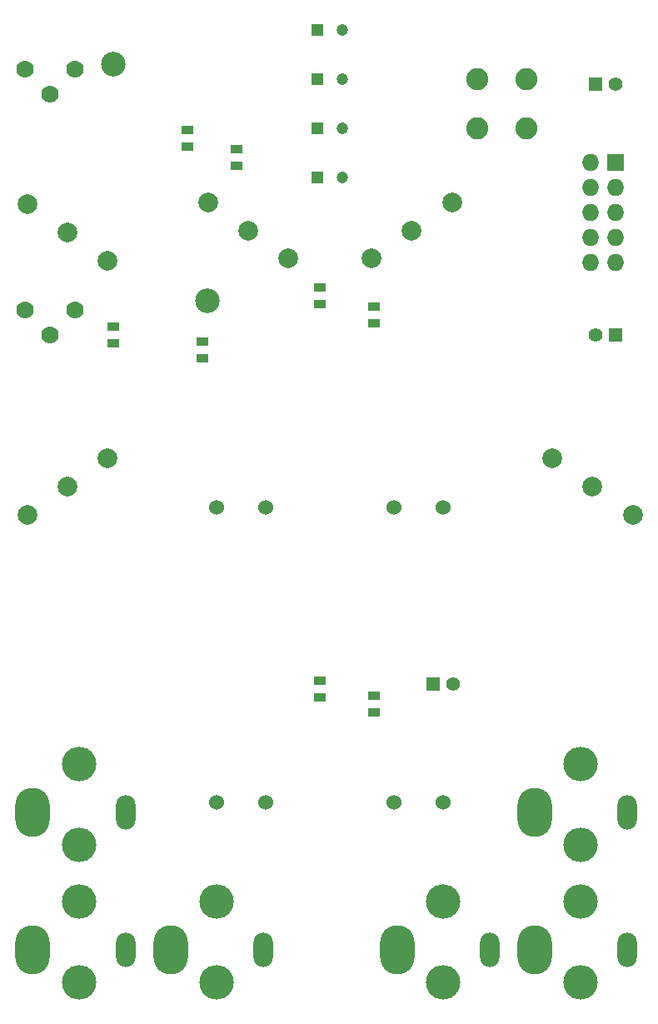
<source format=gbr>
%FSLAX46Y46*%
G04 Gerber Fmt 4.6, Leading zero omitted, Abs format (unit mm)*
G04 Created by KiCad (PCBNEW (2014-09-02 BZR 5112)-product) date 2015-05-06 10:35:48 PM*
%MOMM*%
G01*
G04 APERTURE LIST*
%ADD10C,0.100000*%
%ADD11R,1.400000X1.400000*%
%ADD12C,1.400000*%
%ADD13R,1.143000X0.812800*%
%ADD14R,1.200000X1.200000*%
%ADD15C,1.200000*%
%ADD16R,1.727200X1.727200*%
%ADD17O,1.727200X1.727200*%
%ADD18C,2.250000*%
%ADD19C,2.500000*%
%ADD20C,1.778000*%
%ADD21C,1.998980*%
%ADD22C,1.524000*%
%ADD23O,3.500000X5.000000*%
%ADD24O,2.000000X3.500000*%
%ADD25O,3.500000X3.500000*%
G04 APERTURE END LIST*
D10*
D11*
X55000000Y-79500000D03*
D12*
X57000000Y-79500000D03*
D13*
X49000000Y-42850900D03*
X49000000Y-41149100D03*
X43500000Y-39149100D03*
X43500000Y-40850900D03*
X35000000Y-26850900D03*
X35000000Y-25149100D03*
X30000000Y-23149100D03*
X30000000Y-24850900D03*
X22500000Y-44850900D03*
X22500000Y-43149100D03*
X31500000Y-44649100D03*
X31500000Y-46350900D03*
X49000000Y-82350900D03*
X49000000Y-80649100D03*
X43500000Y-80850900D03*
X43500000Y-79149100D03*
D11*
X73500000Y-44000000D03*
D12*
X71500000Y-44000000D03*
D11*
X71500000Y-18500000D03*
D12*
X73500000Y-18500000D03*
D14*
X43230000Y-13000000D03*
D15*
X45770000Y-13000000D03*
D14*
X43230000Y-18000000D03*
D15*
X45770000Y-18000000D03*
D14*
X43230000Y-23000000D03*
D15*
X45770000Y-23000000D03*
D14*
X43230000Y-28000000D03*
D15*
X45770000Y-28000000D03*
D16*
X73500000Y-26500000D03*
D17*
X70960000Y-26500000D03*
X73500000Y-29040000D03*
X70960000Y-29040000D03*
X73500000Y-31580000D03*
X70960000Y-31580000D03*
X73500000Y-34120000D03*
X70960000Y-34120000D03*
X73500000Y-36660000D03*
X70960000Y-36660000D03*
D18*
X59500000Y-18000000D03*
X64500000Y-18000000D03*
X64500000Y-23000000D03*
X59500000Y-23000000D03*
D19*
X32000000Y-40500000D03*
X22500000Y-16500000D03*
D20*
X13460000Y-17000000D03*
X16000000Y-19540000D03*
X18540000Y-17000000D03*
X13460000Y-41500000D03*
X16000000Y-44040000D03*
X18540000Y-41500000D03*
D21*
X17822777Y-33606433D03*
X21918537Y-36474315D03*
X13727017Y-30738551D03*
X36177223Y-33393567D03*
X32081463Y-30525685D03*
X40272983Y-36261449D03*
X17822777Y-59393567D03*
X13727017Y-62261449D03*
X21918537Y-56525685D03*
X71177223Y-59393567D03*
X67081463Y-56525685D03*
X75272983Y-62261449D03*
X52822777Y-33393567D03*
X48727017Y-36261449D03*
X56918537Y-30525685D03*
D22*
X51000000Y-91500000D03*
X56000000Y-91500000D03*
X38000000Y-91500000D03*
X33000000Y-91500000D03*
X38000000Y-61500000D03*
X33000000Y-61500000D03*
X51000000Y-61500000D03*
X56000000Y-61500000D03*
D23*
X65300000Y-106500000D03*
D24*
X74700000Y-106500000D03*
D25*
X70000000Y-101600000D03*
X70000000Y-109800000D03*
D23*
X28300000Y-106500000D03*
D24*
X37700000Y-106500000D03*
D25*
X33000000Y-101600000D03*
X33000000Y-109800000D03*
D23*
X51300000Y-106500000D03*
D24*
X60700000Y-106500000D03*
D25*
X56000000Y-101600000D03*
X56000000Y-109800000D03*
D23*
X65300000Y-92500000D03*
D24*
X74700000Y-92500000D03*
D25*
X70000000Y-87600000D03*
X70000000Y-95800000D03*
D23*
X14300000Y-92500000D03*
D24*
X23700000Y-92500000D03*
D25*
X19000000Y-87600000D03*
X19000000Y-95800000D03*
D23*
X14300000Y-106500000D03*
D24*
X23700000Y-106500000D03*
D25*
X19000000Y-101600000D03*
X19000000Y-109800000D03*
M02*

</source>
